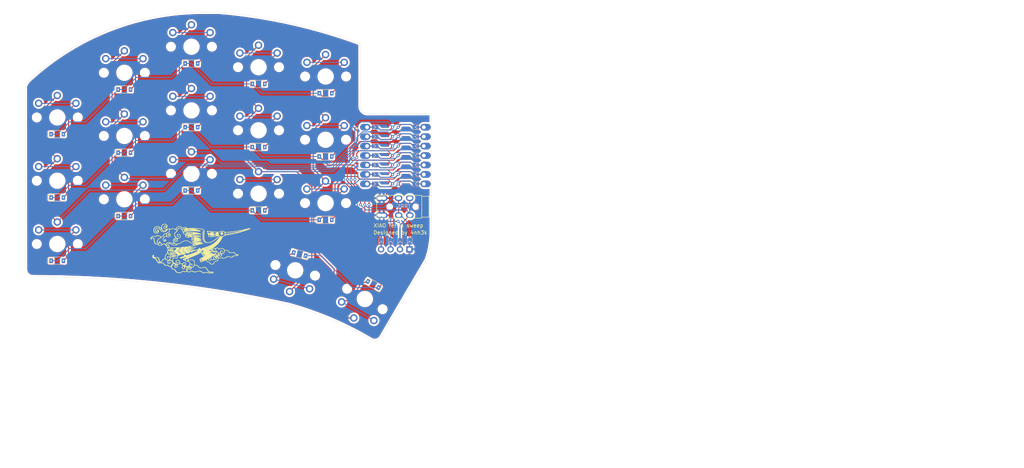
<source format=kicad_pcb>
(kicad_pcb (version 20211014) (generator pcbnew)
  (layers (0 "F.Cu" signal) (31 "B.Cu" signal) (34 "B.Paste" user) (35 "F.Paste" user) (36 "B.SilkS" user "B.Silkscreen") (37 "F.SilkS" user "F.Silkscreen") (38 "B.Mask" user) (39 "F.Mask" user) (44 "Edge.Cuts" user))
  (net 0 "")
  (net 1 "GND")
  (net 2 "VCC")
  (net 3 "SCL")
  (net 4 "SDA")
  (net 5 "Row2")
  (net 6 "Col1")
  (net 7 "Row1")
  (net 8 "Col2")
  (net 9 "Col3")
  (net 10 "Col4")
  (net 11 "Col5")
  (net 12 "Row3")
  (net 13 "Row4")
  (net 14 "5V")
  (footprint "pg1350:pg1350-DR" (layer "F.Cu") (at 99.08 35.08)
    (fp_text reference "K5")
    (fp_text value "diode-choc")
  )
  (footprint "pg1350:pg1350-DR" (layer "F.Cu") (at 45.08 51.054)
    (fp_text reference "K7")
    (fp_text value "diode-choc")
  )
  (footprint "pg1350:pg1350-DR" (layer "F.Cu") (at 27.08 46.08)
    (fp_text reference "K1")
    (fp_text value "diode-choc")
  )
  (footprint "pg1350:pg1350-DR" (layer "F.Cu") (at 111.86 86.45 150)
    (fp_text reference "K17")
    (fp_text value "diode-choc")
  )
  (footprint "pg1350:pg1350-DR" (layer "F.Cu") (at 63.08 27.08)
    (fp_text reference "K3")
    (fp_text value "diode-choc")
  )
  (footprint "display:OLED-128x32-cutout" (layer "F.Cu") (at 111.78 78.61 90)
    (fp_text reference "J2" hide)
    (fp_text value "OLED-128x32" hide)
  )
  (footprint "pg1350:pg1350-DR" (layer "F.Cu") (at 81.08 66.548)
    (fp_text reference "K14")
    (fp_text value "diode-choc")
  )
  (footprint "mcu:xiao-ble-tht" (layer "F.Cu") (at 117.82 51.816)
    (fp_text reference "U1")
    (fp_text value "xiao-ble" hide)
  )
  (footprint "pg1350:pg1350-DR" (layer "F.Cu") (at 99.06 69.088)
    (fp_text reference "K15")
    (fp_text value "diode-choc")
  )
  (footprint "pg1350:pg1350-DR" (layer "F.Cu") (at 27.08 80.08)
    (fp_text reference "K11")
    (fp_text value "diode-choc")
  )
  (footprint "pg1350:pg1350-DR" (layer "F.Cu") (at 99.06 52.07)
    (fp_text reference "K10")
    (fp_text value "diode-choc")
  )
  (footprint "misc:PJ-320A" (layer "F.Cu") (at 119.126 65.786)
    (fp_text reference "J1" hide)
    (fp_text value "AudioJack4" hide)
  )
  (footprint "pg1350:pg1350-DR" (layer "F.Cu") (at 63.08 61.214)
    (fp_text reference "K13")
    (fp_text value "diode-choc")
  )
  (footprint "pg1350:pg1350-DR" (layer "F.Cu") (at 27.08 63.08)
    (fp_text reference "K6")
    (fp_text value "diode-choc")
  )
  (footprint "pg1350:pg1350-DR" (layer "F.Cu") (at 81.08 32.58)
    (fp_text reference "K4")
    (fp_text value "diode-choc")
  )
  (footprint "pg1350:pg1350-DR" (layer "F.Cu") (at 92.1 78.3 165)
    (fp_text reference "K16")
    (fp_text value "diode-choc")
  )
  (footprint "pg1350:pg1350-DR" (layer "F.Cu") (at 45.08 34.08)
    (fp_text reference "K2")
    (fp_text value "diode-choc")
  )
  (footprint "pg1350:pg1350-DR" (layer "F.Cu") (at 45.08 68.072)
    (fp_text reference "K12")
    (fp_text value "diode-choc")
  )
  (footprint "LOGO" (layer "F.Cu") (at 66.294 76.835)
    (fp_text reference "G***" hide)
    (fp_text value "LOGO" hide)
  )
  (footprint "pg1350:pg1350-DR" (layer "F.Cu") (at 81.08 49.53)
    (fp_text reference "K9")
    (fp_text value "diode-choc")
  )
  (footprint "pg1350:pg1350-DR" (layer "F.Cu") (at 63.08 44.196)
    (fp_text reference "K8")
    (fp_text value "diode-choc")
  )
  (gr_arc (start 127.443999 72.274392) (mid 127.100289 76.06471) (end 126.137304 79.746735) (layer "Edge.Cuts") (width 0.05))
  (gr_arc (start 89.218133 91.848488) (mid 100.516963 95.775654) (end 111.187 101.182735) (layer "Edge.Cuts") (width 0.05))
  (gr_arc (start 107.887233 21.56723) (mid 108.200734 21.834309) (end 108.331022 22.225) (layer "Edge.Cuts") (width 0.05))
  (gr_arc (start 70.39172 13.31102) (mid 89.415822 16.184105) (end 107.887233 21.56723) (layer "Edge.Cuts") (width 0.05))
  (gr_line (start 126.137304 79.746735) (end 113.919 100.584) (layer "Edge.Cuts") (width 0.05))
  (gr_line (start 110.378482 40.554198) (end 126.694013 40.517539) (layer "Edge.Cuts") (width 0.05))
  (gr_arc (start 18.499054 33.263244) (mid 19.055928 32.145424) (end 19.925999 31.249542) (layer "Edge.Cuts") (width 0.05))
  (gr_line (start 70.39172 13.31102) (end 66.190332 13.31648) (layer "Edge.Cuts") (width 0.05))
  (gr_arc (start 110.378482 40.554198) (mid 108.966 40.005) (end 108.343481 38.62328) (layer "Edge.Cuts") (width 0.05))
  (gr_line (start 127.443999 41.263) (end 127.443999 58.770542) (layer "Edge.Cuts") (width 0.05))
  (gr_arc (start 20.576999 84.367661) (mid 19.189571 83.858645) (end 18.539253 82.531566) (layer "Edge.Cuts") (width 0.05))
  (gr_arc (start 126.693999 40.513) (mid 127.22435 40.732666) (end 127.443999 41.263) (layer "Edge.Cuts") (width 0.05))
  (gr_line (start 127.443999 58.770542) (end 127.455999 66.136542) (layer "Edge.Cuts") (width 0.05))
  (gr_line (start 127.455999 66.136542) (end 127.443999 72.274392) (layer "Edge.Cuts") (width 0.05))
  (gr_arc (start 113.919 100.584) (mid 112.677994 101.453696) (end 111.187 101.182735) (layer "Edge.Cuts") (width 0.05))
  (gr_arc (start 19.925999 31.249542) (mid 41.381144 17.956573) (end 66.190332 13.31648) (layer "Edge.Cuts") (width 0.05))
  (gr_line (start 108.343481 38.62328) (end 108.331022 22.225) (layer "Edge.Cuts") (width 0.05))
  (gr_line (start 18.499054 33.263244) (end 18.539253 82.531566) (layer "Edge.Cuts") (width 0.05))
  (gr_arc (start 20.576999 84.367661) (mid 55.097441 86.274096) (end 89.218133 91.848488) (layer "Edge.Cuts") (width 0.05))
  (gr_text "XIAO ferris sweep" (at 118.618 70.612) (layer "F.SilkS") (effects (font (size 1 1))))
  (gr_text "Designed by 4nh3k" (at 119.126 72.517) (layer "F.SilkS") (effects (font (size 1 1))))
  (segment (start 108.276613 48.060387) (end 106.420482 49.916518) (width 0.25) (layer "F.Cu") (net 1))
  (segment (start 115.91752 61.74048) (end 122.458791 61.74048) (width 0.25) (layer "F.Cu") (net 1))
  (segment (start 122.458791 61.74048) (end 124.187521 63.46921) (width 0.25) (layer "F.Cu") (net 1))
  (segment (start 106.420482 49.916518) (end 106.420482 52.32092) (width 0.25) (layer "F.Cu") (net 1))
  (segment (start 107.315 62.169857) (end 107.315 65.024) (width 0.25) (layer "F.Cu") (net 1))
  (segment (start 114.666 62.992) (end 115.91752 61.74048) (width 0.25) (layer "F.Cu") (net 1))
  (segment (start 117.26452 48.060387) (end 108.276613 48.060387) (width 0.25) (layer "F.Cu") (net 1))
  (segment (start 103.940699 58.294073) (end 103.940699 58.795556) (width 0.25) (layer "F.Cu") (net 1))
  (segment (start 124.187521 71.724479) (end 121.632 74.28) (width 0.25) (layer "F.Cu") (net 1))
  (segment (start 124.187521 63.46921) (end 124.187521 71.724479) (width 0.25) (layer "F.Cu") (net 1))
  (segment (start 114.666 63.246) (end 114.666 67.856) (width 0.25) (layer "F.Cu") (net 1))
  (segment (start 114.666 67.856) (end 114.686 67.876) (width 0.25) (layer "F.Cu") (net 1))
  (segment (start 103.940699 58.795556) (end 107.315 62.169857) (width 0.25) (layer "F.Cu") (net 1))
  (segment (start 114.793 67.475) (end 114.813 67.495) (width 0.25) (layer "F.Cu") (net 1))
  (segment (start 118.58 46.744907) (end 117.26452 48.060387) (width 0.25) (layer "F.Cu") (net 1))
  (segment (start 114.666 63.246) (end 114.666 62.992) (width 0.25) (layer "F.Cu") (net 1))
  (via (at 106.420482 52.32092) (size 0.8) (drill 0.4) (layers "F.Cu" "B.Cu") (net 1))
  (via (at 107.315 65.024) (size 0.8) (drill 0.4) (layers "F.Cu" "B.Cu") (net 1))
  (via (at 103.940699 58.294073) (size 0.8) (drill 0.4) (layers "F.Cu" "B.Cu") (net 1))
  (segment (start 114.012 74.28) (end 113.566 73.834) (width 0.25) (layer "B.Cu") (net 1))
  (segment (start 107.315 65.024) (end 109.786 67.495) (width 0.25) (layer "B.Cu") (net 1))
  (segment (start 113.693 73.961) (end 114.012 74.28) (width 0.25) (layer "B.Cu") (net 1))
  (segment (start 106.420482 52.32092) (end 103.940699 54.800703) (width 0.25) (layer "B.Cu") (net 1))
  (segment (start 114.012 74.28) (end 114.046 74.246) (width 0.25) (layer "B.Cu") (net 1))
  (segment (start 113.566 73.834) (end 113.566 67.846) (width 0.25) (layer "B.Cu") (net 1))
  (segment (start 110.137 67.846) (end 109.786 67.495) (width 0.25) (layer "B.Cu") (net 1))
  (segment (start 103.940699 54.800703) (end 103.940699 58.294073) (width 0.25) (layer "B.Cu") (net 1))
  (segment (start 113.566 67.846) (end 110.137 67.846) (width 0.25) (layer "B.Cu") (net 1))
  (segment (start 117.35548 50.509427) (end 108.113573 50.509427) (width 0.25) (layer "F.Cu") (net 2))
  (segment (start 121.666 63.246) (end 121.666 67.856) (width 0.25) (layer "F.Cu") (net 2))
  (segment (start 118.999 70.563) (end 118.999 70.866) (width 0.25) (layer "F.Cu") (net 2))
  (segment (start 121.686 67.876) (end 118.999 70.563) (width 0.25) (layer "F.Cu") (net 2))
  (segment (start 108.458 62.288256) (end 108.458 65.024) (width 0.25) (layer "F.Cu") (net 2))
  (segment (start 118.999 74.187) (end 119.092 74.28) (width 0.25) (layer "F.Cu") (net 2))
  (segment (start 104.940171 58.770427) (end 108.458 62.288256) (width 0.25) (layer "F.Cu") (net 2))
  (segment (start 118.999 70.866) (end 118.999 74.187) (width 0.25) (layer "F.Cu") (net 2))
  (segment (start 121.793 67.475) (end 121.813 67.495) (width 0.25) (layer "F.Cu") (net 2))
  (segment (start 108.077 50.546) (end 107.442 51.181) (width 0.25) (layer "F.Cu") (net 2))
  (segment (start 104.940171 58.286268) (end 104.940171 58.770427) (width 0.25) (layer "F.Cu") (net 2))
  (segment (start 121.666 67.856) (end 121.686 67.876) (width 0.25) (layer "F.Cu") (net 2))
  (segment (start 108.113573 50.509427) (end 108.077 50.546) (width 0.25) (layer "F.Cu") (net 2))
  (segment (start 107.442 51.181) (end 107.442 52.324) (width 0.25) (layer "F.Cu") (net 2))
  (segment (start 118.58 49.284907) (end 117.35548 50.509427) (width 0.25) (layer "F.Cu") (net 2))
  (via (at 108.458 65.024) (size 0.8) (drill 0.4) (layers "F.Cu" "B.Cu") (net 2))
  (via (at 107.442 52.324) (size 0.8) (drill 0.4) (layers "F.Cu" "B.Cu") (net 2))
  (via (at 104.940171 58.286268) (size 0.8) (drill 0.4) (layers "F.Cu" "B.Cu") (net 2))
  (segment (start 120.758 66.44) (end 119.107 66.44) (width 0.25) (layer "B.Cu") (net 2))
  (segment (start 121.686 67.876) (end 121.686 67.368) (width 0.25) (layer "B.Cu") (net 2))
  (segment (start 117.964 66.44) (end 119.107 66.44) (width 0.25) (layer "B.Cu") (net 2))
  (segment (start 119.107 66.44) (end 109.874 66.44) (width 0.25) (layer "B.Cu") (net 2))
  (segment (start 116.552 74.28) (end 116.552 67.852) (width 0.25) (layer "B.Cu") (net 2))
  (segment (start 109.728 66.294) (end 109.6645 66.2305) (width 0.25) (layer "B.Cu") (net 2))
  (segment (start 107.442 52.324) (end 104.940171 54.825829) (width 0.25) (layer "B.Cu") (net 2))
  (segment (start 109.874 66.44) (end 109.6645 66.2305) (width 0.25) (layer "B.Cu") (net 2))
  (segment (start 116.552 67.852) (end 117.964 66.44) (width 0.25) (layer "B.Cu") (net 2))
  (segment (start 121.686 67.368) (end 120.758 66.44) (width 0.25) (layer "B.Cu") (net 2))
  (segment (start 109.6645 66.2305) (end 108.458 65.024) (width 0.25) (layer "B.Cu") (net 2))
  (segment (start 104.940171 54.825829) (end 104.940171 58.286268) (width 0.25) (layer "B.Cu") (net 2))
  (segment (start 111.741 69.469) (end 111.306 69.034) (width 0.25) (layer "F.Cu") (net 3))
  (segment (start 110.744 62.9834) (end 110.744 65.024) (width 0.25) (layer "F.Cu") (net 3))
  (segment (start 112.36848 70.09648) (end 116.552 74.28) (width 0.25) (layer "F.Cu") (net 3))
  (segment (start 118.491 69.469) (end 111.741 69.469) (width 0.25) (layer "F.Cu") (net 3))
  (segment (start 110.744 68.472) (end 111.306 69.034) (width 0.25) (layer "F.Cu") (net 3))
  (segment (start 111.306 69.034) (end 112.36848 70.09648) (width 0.25) (layer "F.Cu") (net 3))
  (segment (start 106.934 59.1734) (end 110.3038 62.5432) (width 0.25) (layer "F.Cu") (net 3))
  (segment (start 110.3038 62.5432) (end 110.744 62.9834) (width 0.25) (layer "F.Cu") (net 3))
  (segment (start 106.934 58.293) (end 106.934 59.1734) (width 0.25) (layer "F.Cu") (net 3))
  (segment (start 110.744 65.024) (end 110.744 68.472) (width 0.25) (layer "F.Cu") (net 3))
  (via (at 118.491 69.469) (size 0.8) (drill 0.4) (layers "F.Cu" "B.Cu") (net 3))
  (via (at 110.744 65.024) (size 0.8) (drill 0.4) (layers "F.Cu" "B.Cu") (net 3))
  (via (at 106.934 58.293) (size 0.8) (drill 0.4) (layers "F.Cu" "B.Cu") (net 3))
  (segment (start 106.934 56.388) (end 106.934 58.293) (width 0.25) (layer "B.Cu") (net 3))
  (segment (start 117.056 56.904907) (end 115.824 55.672907) (width 0.25) (layer "B.Cu") (net 3))
  (segment (start 115.824 55.672907) (end 107.649093 55.672907) (width 0.25) (layer "B.Cu") (net 3))
  (segment (start 119.092 70.07) (end 118.491 69.469) (width 0.25) (layer "B.Cu") (net 3))
  (segment (start 107.649093 55.672907) (end 106.934 56.388) (width 0.25) (layer "B.Cu") (net 3))
  (segment (start 119.092 74.28) (end 119.092 70.07) (width 0.25) (layer "B.Cu") (net 3))
  (segment (start 118.793 67.475) (end 118.813 67.495) (width 0.25) (layer "F.Cu") (net 4))
  (segment (start 114.012 72.6186) (end 114.012 74.28) (width 0.25) (layer "F.Cu") (net 4))
  (segment (start 109.601 62.694598) (end 109.601 65.024) (width 0.25) (layer "F.Cu") (net 4))
  (segment (start 105.934498 59.028096) (end 109.601 62.694598) (width 0.25) (layer "F.Cu") (net 4))
  (segment (start 118.666 63.246) (end 118.666 67.856) (width 0.25) (layer "F.Cu") (net 4))
  (segment (start 109.601 65.024) (end 109.601 68.2076) (width 0.25) (layer "F.Cu") (net 4))
  (segment (start 118.666 67.856) (end 118.686 67.876) (width 0.25) (layer "F.Cu") (net 4))
  (segment (start 105.934498 58.326826) (end 105.934498 59.028096) (width 0.25) (layer "F.Cu") (net 4))
  (segment (start 109.601 68.2076) (end 114.012 72.6186) (width 0.25) (layer "F.Cu") (net 4))
  (via (at 105.934498 58.326826) (size 0.8) (drill 0.4) (layers "F.Cu" "B.Cu") (net 4))
  (via (at 109.601 65.024) (size 0.8) (drill 0.4) (layers "F.Cu" "B.Cu") (net 4))
  (segment (start 105.918 54.991) (end 105.918 58.310328) (width 0.25) (layer "B.Cu") (net 4))
  (segment (start 114.659499 65.748501) (end 110.325501 65.748501) (width 0.25) (layer "B.Cu") (net 4))
  (segment (start 107.859573 53.049427) (end 105.918 54.991) (width 0.25) (layer "B.Cu") (net 4))
  (segment (start 116.4295 63.9785) (end 114.659499 65.748501) (width 0.25) (layer "B.Cu") (net 4))
  (segment (start 120.655 69.337) (end 121.539 70.221) (width 0.25) (layer "B.Cu") (net 4))
  (segment (start 105.918 58.310328) (end 105.934498 58.326826) (width 0.25) (layer "B.Cu") (net 4))
  (segment (start 110.325501 65.748501) (end 109.601 65.024) (width 0.25) (layer "B.Cu") (net 4))
  (segment (start 118.813 67.495) (end 120.655 69.337) (width 0.25) (layer "B.Cu") (net 4))
  (segment (start 117.056 54.364907) (end 115.74052 53.049427) (width 0.25) (layer "B.Cu") (net 4))
  (segment (start 115.74052 53.049427) (end 107.859573 53.049427) (width 0.25) (layer "B.Cu") (net 4))
  (segment (start 121.539 70.221) (end 121.539 74.187) (width 0.25) (layer "B.Cu") (net 4))
  (segment (start 118.666 63.246) (end 117.162 63.246) (width 0.25) (layer "B.Cu") (net 4))
  (segment (start 117.162 63.246) (end 116.4295 63.9785) (width 0.25) (layer "B.Cu") (net 4))
  (segment (start 118.686 67.876) (end 119.194 67.876) (width 0.25) (layer "B.Cu") (net 4))
  (segment (start 119.194 67.876) (end 120.655 69.337) (width 0.25) (layer "B.Cu") (net 4))
  (segment (start 121.539 74.187) (end 121.632 74.28) (width 0.25) (layer "B.Cu") (net 4))
  (segment (start 117.26452 55.680387) (end 107.877387 55.680387) (width 0.25) (layer "F.Cu") (net 5))
  (segment (start 99.696 54.356) (end 97.41 52.07) (width 0.25) (layer "F.Cu") (net 5))
  (segment (start 106.553 54.356) (end 99.696 54.356) (width 0.25) (layer "F.Cu") (net 5))
  (segment (start 118.58 54.364907) (end 117.26452 55.680387) (width 0.25) (layer "F.Cu") (net 5))
  (segment (start 107.877387 55.680387) (end 106.553 54.356) (width 0.25) (layer "F.Cu") (net 5))
  (segment (start 34.679479 59.804521) (end 43.43 51.054) (width 0.25) (layer "B.Cu") (net 5))
  (segment (start 81.97 52.07) (end 97.41 52.07) (width 0.25) (layer "B.Cu") (net 5))
  (segment (start 62.992 44.196) (end 68.326 49.53) (width 0.25) (layer "B.Cu") (net 5))
  (segment (start 25.43 63.08) (end 27.09 63.08) (width 0.25) (layer "B.Cu") (net 5))
  (segment (start 48.233479 47.778521) (end 57.847479 47.778521) (width 0.25) (layer "B.Cu") (net 5))
  (segment (start 68.326 49.53) (end 79.43 49.53) (width 0.25) (layer "B.Cu") (net 5))
  (segment (start 57.847479 47.778521) (end 61.43 44.196) (width 0.25) (layer "B.Cu") (net 5))
  (segment (start 27.09 63.08) (end 30.365479 59.804521) (width 0.25) (layer "B.Cu") (net 5))
  (segment (start 44.958 51.054) (end 48.233479 47.778521) (width 0.25) (layer "B.Cu") (net 5))
  (segment (start 30.365479 59.804521) (end 34.679479 59.804521) (width 0.25) (layer "B.Cu") (net 5))
  (segment (start 79.43 49.53) (end 81.97 52.07) (width 0.25) (layer "B.Cu") (net 5))
  (segment (start 61.43 44.196) (end 62.992 44.196) (width 0.25) (layer "B.Cu") (net 5))
  (segment (start 43.43 51.054) (end 44.958 51.054) (width 0.25) (layer "B.Cu") (net 5))
  (segment (start 23.876 38.884) (end 27.08 35.68) (width 0.25) (layer "F.Cu") (net 6))
  (segment (start 23.876 55.884) (end 27.08 52.68) (width 0.25) (layer "F.Cu") (net 6))
  (segment (start 23.876 49.476) (end 23.876 38.884) (width 0.25) (layer "F.Cu") (net 6))
  (segment (start 27.08 52.68) (end 23.876 49.476) (width 0.25) (layer "F.Cu") (net 6))
  (segment (start 27.08 69.68) (end 23.876 66.476) (width 0.25) (layer "F.Cu") (net 6))
  (segment (start 23.876 66.476) (end 23.876 55.884) (width 0.25) (layer "F.Cu") (net 6))
  (segment (start 107.3785 49.3395) (end 107.433093 49.284907) (width 0.25) (layer "B.Cu") (net 6))
  (segment (start 55.617193 61.096511) (end 62.162194 54.55151) (width 0.25) (layer "B.Cu") (net 6))
  (segment (start 117.056 49.284907) (end 115.777093 48.006) (width 0.25) (layer "B.Cu") (net 6))
  (segment (start 83.312 55.626) (end 101.082696 55.626) (width 0.25) (layer "B.Cu") (net 6))
  (segment (start 108.712 48.006) (end 107.3785 49.3395) (width 0.25) (layer "B.Cu") (net 6))
  (segment (start 101.082696 55.626) (end 107.369196 49.3395) (width 0.25) (layer "B.Cu") (net 6))
  (segment (start 62.162194 54.55151) (end 67.208663 54.55151) (width 0.25) (layer "B.Cu") (net 6))
  (segment (start 115.777093 48.006) (end 108.712 48.006) (width 0.25) (layer "B.Cu") (net 6))
  (segment (start 82.49151 54.80551) (end 83.312 55.626) (width 0.25) (layer "B.Cu") (net 6))
  (segment (start 35.663489 61.096511) (end 55.617193 61.096511) (width 0.25) (layer "B.Cu") (net 6))
  (segment (start 27.08 69.68) (end 35.663489 61.096511) (width 0.25) (layer "B.Cu") (net 6))
  (segment (start 107.369196 49.3395) (end 107.3785 49.3395) (width 0.25) (layer "B.Cu") (net 6))
  (segment (start 67.462663 54.80551) (end 82.49151 54.80551) (width 0.25) (layer "B.Cu") (net 6))
  (segment (start 67.208663 54.55151) (end 67.462663 54.80551) (width 0.25) (layer "B.Cu") (net 6))
  (segment (start 107.696 45.346) (end 107.696 47.879) (width 0.25) (layer "F.Cu") (net 7))
  (segment (start 97.43 35.08) (end 107.696 45.346) (width 0.25) (layer "F.Cu") (net 7))
  (segment (start 106.069324 53.061676) (end 117.343231 53.061676) (width 0.25) (layer "F.Cu") (net 7))
  (segment (start 117.343231 53.061676) (end 118.58 51.824907) (width 0.25) (layer "F.Cu") (net 7))
  (segment (start 107.696 47.879) (end 105.664 49.911) (width 0.25) (layer "F.Cu") (net 7))
  (segment (start 105.664 49.911) (end 105.664 52.656352) (width 0.25) (layer "F.Cu") (net 7))
  (segment (start 105.664 52.656352) (end 106.069324 53.061676) (width 0.25) (layer "F.Cu") (net 7))
  (segment (start 81.93 35.08) (end 97.43 35.08) (width 0.25) (layer "B.Cu") (net 7))
  (segment (start 45.041 34.08) (end 48.316479 30.804521) (width 0.25) (layer "B.Cu") (net 7))
  (segment (start 68.530978 32.58) (end 63.030978 27.08) (width 0.25) (layer "B.Cu") (net 7))
  (segment (start 34.705479 42.804521) (end 43.43 34.08) (width 0.25) (layer "B.Cu") (net 7))
  (segment (start 48.316479 30.804521) (end 57.705479 30.804521) (width 0.25) (layer "B.Cu") (net 7))
  (segment (start 63.030978 27.08) (end 61.43 27.08) (width 0.25) (layer "B.Cu") (net 7))
  (segment (start 79.43 32.58) (end 81.93 35.08) (width 0.25) (layer "B.Cu") (net 7))
  (segment (start 57.705479 30.804521) (end 61.43 27.08) (width 0.25) (layer "B.Cu") (net 7))
  (segment (start 43.43 34.08) (end 45.041 34.08) (width 0.25) (layer "B.Cu") (net 7))
  (segment (start 79.43 32.58) (end 68.530978 32.58) (width 0.25) (layer "B.Cu") (net 7))
  (segment (start 30.347479 42.804521) (end 34.705479 42.804521) (width 0.25) (layer "B.Cu") (net 7))
  (segment (start 27.072 46.08) (end 30.347479 42.804521) (width 0.25) (layer "B.Cu") (net 7))
  (segment (start 25.43 46.08) (end 27.072 46.08) (width 0.25) (layer "B.Cu") (net 7))
  (segment (start 45.08 57.672) (end 41.783 54.375) (width 0.25) (layer "F.Cu") (net 8))
  (segment (start 45.08 40.654) (end 41.783 37.357) (width 0.25) (layer "F.Cu") (net 8))
  (segment (start 41.783 43.951) (end 45.08 40.654) (width 0.25) (layer "F.Cu") (net 8))
  (segment (start 41.783 26.977) (end 45.08 23.68) (width 0.25) (layer "F.Cu") (net 8))
  (segment (start 41.783 37.357) (end 41.783 26.977) (width 0.25) (layer "F.Cu") (net 8))
  (segment (start 41.783 54.375) (end 41.783 43.951) (width 0.25) (layer "F.Cu") (net 8))
  (segment (start 61.976 54.102) (end 67.394857 54.102) (width 0.25) (layer "B.Cu") (net 8))
  (segment (start 108.966 45.466) (end 107.3785 47.0535) (width 0.25) (layer "B.Cu") (net 8))
  (segment (start 117.056 46.744907) (end 115.777093 45.466) (width 0.25) (layer "B.Cu") (net 8))
  (segment (start 107.3785 47.0535) (end 107.3785 48.5775) (width 0.25) (layer "B.Cu") (net 8))
  (segment (start 115.777093 45.466) (end 108.966 45.466) (width 0.25) (layer "B.Cu") (net 8))
  (segment (start 109.211093 46.744907) (end 110.2 46.744907) (width 0.25) (layer "B.Cu") (net 8))
  (segment (start 67.394857 54.102) (end 67.648857 54.356) (width 0.25) (layer "B.Cu") (net 8))
  (segment (start 45.08 57.672) (end 45.346521 57.938521) (width 0.25) (layer "B.Cu") (net 8))
  (segment (start 67.648857 54.356) (end 82.804 54.356) (width 0.25) (layer "B.Cu") (net 8))
  (segment (start 58.139479 57.938521) (end 61.976 54.102) (width 0.25) (layer "B.Cu") (net 8))
  (segment (start 100.838 55.118) (end 107.3785 48.5775) (width 0.25) (layer "B.Cu") (net 8))
  (segment (start 83.566 55.118) (end 100.838 55.118) (width 0.25) (layer "B.Cu") (net 8))
  (segment (start 45.346521 57.938521) (end 58.139479 57.938521) (width 0.25) (layer "B.Cu") (net 8))
  (segment (start 82.804 54.356) (end 83.566 55.118) (width 0.25) (layer "B.Cu") (net 8))
  (segment (start 59.817 30.533) (end 59.817 19.943) (width 0.25) (layer "F.Cu") (net 9))
  (segment (start 63.08 33.796) (end 59.817 30.533) (width 0.25) (layer "F.Cu") (net 9))
  (segment (start 59.817 19.943) (end 63.08 16.68) (width 0.25) (layer "F.Cu") (net 9))
  (segment (start 59.817 47.551) (end 59.817 37.059) (width 0.25) (layer "F.Cu") (net 9))
  (segment (start 63.08 50.814) (end 59.817 47.551) (width 0.25) (layer "F.Cu") (net 9))
  (segment (start 59.817 37.059) (end 63.08 33.796) (width 0.25) (layer "F.Cu") (net 9))
  (segment (start 67.959 50.814) (end 63.08 50.814) (width 0.25) (layer "B.Cu") (net 9))
  (segment (start 115.650093 42.799) (end 108.585 42.799) (width 0.25) (layer "B.Cu") (net 9))
  (segment (start 83.312 53.848) (end 70.993 53.848) (width 0.25) (layer "B.Cu") (net 9))
  (segment (start 70.993 53.848) (end 67.959 50.814) (width 0.25) (layer "B.Cu") (net 9))
  (segment (start 106.928989 48.265011) (end 100.584 54.61) (width 0.25) (layer "B.Cu") (net 9))
  (segment (start 106.928989 44.455011) (end 106.928989 46.614011) (width 0.25) (layer "B.Cu") (net 9))
  (segment (start 110.2 44.204907) (end 109.338093 44.204907) (width 0.25) (layer "B.Cu") (net 9))
  (segment (start 84.074 54.61) (end 83.312 53.848) (width 0.25) (layer "B.Cu") (net 9))
  (segment (start 106.928989 46.614011) (end 106.928989 48.265011) (width 0.25) (layer "B.Cu") (net 9))
  (segment (start 100.584 54.61) (end 84.074 54.61) (width 0.25) (layer "B.Cu") (net 9))
  (segment (start 117.056 44.204907) (end 115.650093 42.799) (width 0.25) (layer "B.Cu") (net 9))
  (segment (start 108.585 42.799) (end 106.928989 44.455011) (width 0.25) (layer "B.Cu") (net 9))
  (segment (start 91.293143 56.148) (end 81.08 56.148) (width 0.25) (layer "F.Cu") (net 10))
  (segment (start 77.851 25.409) (end 77.851 35.901) (width 0.25) (layer "F.Cu") (net 10))
  (segment (start 81.08 22.18) (end 77.851 25.409) (width 0.25) (layer "F.Cu") (net 10))
  (segment (start 95.384511 82.3694) (end 95.384511 60.239368) (width 0.25) (layer "F.Cu") (net 10))
  (segment (start 89.408282 88.345629) (end 95.384511 82.3694) (width 0.25) (layer "F.Cu") (net 10))
  (segment (start 77.851 42.359) (end 81.08 39.13) (width 0.25) (layer "F.Cu") (net 10))
  (segment (start 81.08 56.148) (end 77.851 52.919) (width 0.25) (layer "F.Cu") (net 10))
  (segment (start 95.384511 60.239368) (end 91.293143 56.148) (width 0.25) (layer "F.Cu") (net 10))
  (segment (start 77.851 35.901) (end 81.08 39.13) (width 0.25) (layer "F.Cu") (net 10))
  (segment (start 77.851 52.919) (end 77.851 42.359) (width 0.25) (layer "F.Cu") (net 10))
  (segment (start 81.08 56.148) (end 101.1964 56.148) (width 0.25) (layer "B.Cu") (net 10))
  (segment (start 106.760901 50.583499) (end 106.896501 50.583499) (width 0.25) (layer "B.Cu") (net 10))
  (segment (start 106.896501 50.583499) (end 106.934 50.546) (width 0.25) (layer "B.Cu") (net 10))
  (segment (start 115.777093 50.546) (end 117.056 51.824907) (width 0.25) (layer "B.Cu") (net 10))
  (segment (start 101.1964 56.148) (end 106.760901 50.583499) (width 0.25) (layer "B.Cu") (net 10))
  (segment (start 106.934 50.546) (end 115.777093 50.546) (width 0.25) (layer "B.Cu") (net 10))
  (segment (start 101.346 82.169) (end 101.346 91.556877) (width 0.25) (layer "F.Cu") (net 11))
  (segment (start 101.346 91.556877) (end 105.245787 95.456664) (width 0.25) (layer "F.Cu") (net 11))
  (segment (start 95.885 61.863) (end 95.885 76.708) (width 0.25) (layer "F.Cu") (net 11))
  (segment (start 99.06 58.688) (end 95.758 55.386) (width 0.25) (layer "F.Cu") (net 11))
  (segment (start 99.06 41.67) (end 95.758 38.368) (width 0.25) (layer "F.Cu") (net 11))
  (segment (start 95.885 76.708) (end 101.346 82.169) (width 0.25) (layer "F.Cu") (net 11))
  (segment (start 99.06 58.688) (end 95.885 61.863) (width 0.25) (layer "F.Cu") (net 11))
  (segment (start 95.758 44.972) (end 99.06 41.67) (width 0.25) (layer "F.Cu") (net 11))
  (segment (start 95.758 28.002) (end 99.08 24.68) (width 0.25) (layer "F.Cu") (net 11))
  (segment (start 105.245787 95.456664) (end 106.66 95.456664) (width 0.25) (layer "F.Cu") (net 11))
  (segment (start 95.758 38.368) (end 95.758 28.002) (width 0.25) (layer "F.Cu") (net 11))
  (segment (start 95.758 55.386) (end 95.758 44.972) (width 0.25) (layer "F.Cu") (net 11))
  (segment (start 115.777093 58.166) (end 108.204 58.166) (width 0.25) (layer "B.Cu") (net 11))
  (segment (start 117.056 59.444907) (end 115.777093 58.166) (width 0.25) (layer "B.Cu") (net 11))
  (segment (start 108.204 58.166) (end 106.962486 59.407514) (width 0.25) (layer "B.Cu") (net 11))
  (segment (start 99.779514 59.407514) (end 99.06 58.688) (width 0.25) (layer "B.Cu") (net 11))
  (segment (start 106.962486 59.407514) (end 99.779514 59.407514) (width 0.25) (layer "B.Cu") (net 11))
  (segment (start 101.087454 68.072) (end 98.426 68.072) (width 0.25) (layer "F.Cu") (net 12))
  (segment (start 118.58 56.904907) (end 117.35548 58.129427) (width 0.25) (layer "F.Cu") (net 12))
  (segment (start 108.176027 58.129427) (end 107.488099 57.441499) (width 0.25) (layer "F.Cu") (net 12))
  (segment (start 117.35548 58.129427) (end 108.176027 58.129427) (width 0.25) (layer "F.Cu") (net 12))
  (segment (start 103.768673 57.441499) (end 101.6 59.610172) (width 0.25) (layer "F.Cu") (net 12))
  (segment (start 107.488099 57.441499) (end 103.768673 57.441499) (width 0.25) (layer "F.Cu") (net 12))
  (segment (start 101.6 67.559454) (end 101.087454 68.072) (width 0.25) (layer "F.Cu") (net 12))
  (segment (start 98.426 68.072) (end 97.41 69.088) (width 0.25) (layer "F.Cu") (net 12))
  (segment (start 101.6 59.610172) (end 101.6 67.559454) (width 0.25) (layer "F.Cu") (net 12))
  (segment (start 27.108 80.08) (end 30.383479 76.804521) (width 0.25) (layer "B.Cu") (net 12))
  (segment (start 81.97 69.088) (end 97.41 69.088) (width 0.25) (layer "B.Cu") (net 12))
  (segment (start 63.119 61.214) (end 68.453 66.548) (width 0.25) (layer "B.Cu") (net 12))
  (segment (start 79.43 66.548) (end 81.97 69.088) (width 0.25) (layer "B.Cu") (net 12))
  (segment (start 30.383479 76.804521) (end 34.697479 76.804521) (width 0.25) (layer "B.Cu") (net 12))
  (segment (start 25.43 80.08) (end 27.108 80.08) (width 0.25) (layer "B.Cu") (net 12))
  (segment (start 61.43 61.214) (end 63.119 61.214) (width 0.25) (layer "B.Cu") (net 12))
  (segment (start 68.453 66.548) (end 79.43 66.548) (width 0.25) (layer "B.Cu") (net 12))
  (segment (start 44.958 68.072) (end 48.233479 64.796521) (width 0.25) (layer "B.Cu") (net 12))
  (segment (start 43.43 68.072) (end 44.958 68.072) (width 0.25) (layer "B.Cu") (net 12))
  (segment (start 48.233479 64.796521) (end 57.847479 64.796521) (width 0.25) (layer "B.Cu") (net 12))
  (segment (start 34.697479 76.804521) (end 43.43 68.072) (width 0.25) (layer "B.Cu") (net 12))
  (segment (start 57.847479 64.796521) (end 61.43 61.214) (width 0.25) (layer "B.Cu") (net 12))
  (segment (start 118.58 59.436) (end 120.358 61.214) (width 0.25) (layer "F.Cu") (net 13))
  (segment (start 122.568015 61.214) (end 124.587 63.232985) (width 0.25) (layer "F.Cu") (net 13))
  (segment (start 124.714 78.359) (end 123.698 79.375) (width 0.25) (layer "F.Cu") (net 13))
  (segment (start 124.714 63.373) (end 124.714 78.359) (width 0.25) (layer "F.Cu") (net 13))
  (segment (start 120.358 61.214) (end 122.568015 61.214) (width 0.25) (layer "F.Cu") (net 13))
  (segment (start 124.587 63.232985) (end 124.587 63.246) (width 0.25) (layer "F.Cu") (net 13))
  (segment (start 124.587 63.246) (end 124.714 63.373) (width 0.25) (layer "F.Cu") (net 13))
  (segment (start 121.188942 79.375) (end 113.288942 87.275) (width 0.25) (layer "F.Cu") (net 13))
  (segment (start 123.698 79.375) (end 121.188942 79.375) (width 0.25) (layer "F.Cu") (net 13))
  (segment (start 106.256481 87.275) (end 97.708532 78.727051) (width 0.25) (layer "B.Cu") (net 13))
  (segment (start 113.288942 87.275) (end 106.256481 87.275) (width 0.25) (layer "B.Cu") (net 13))
  (segment (start 97.708532 78.727051) (end 93.693778 78.727051) (width 0.25) (layer "B.Cu") (net 13))
  (zone (net 1) (net_name "GND") (layer "F.Cu") (connect_pads (clearance 0.508)) (min_thickness 0.254) (fill yes (thermal_gap 0.508) (thermal_bridge_width 0.508) (island_removal_mode 1) (island_area_min 0))
    (polygon (pts (xy 143.764 10.033) (xy 284.861 12.065) (xy 286.004 26.416) (xy 286.512 135.763) (xy 15.34 94.09) (xy 11.71 11.47)))
  )
  (zone (net 1) (net_name "GND") (layer "B.Cu") (connect_pads (clearance 0.508)) (min_thickness 0.254) (fill yes (thermal_gap 0.508) (thermal_bridge_width 0.508) (island_removal_mode 1) (island_area_min 0))
    (polygon (pts (xy 283.591 11.176) (xy 283.337 35.941) (xy 283.337 134.112) (xy 15.09 96.89) (xy 12.02 11.2)))
  )
)
</source>
